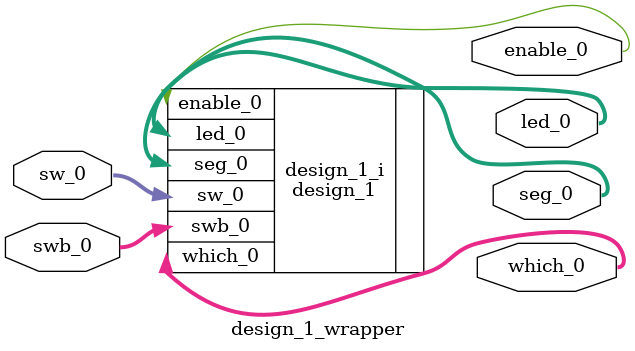
<source format=v>
`timescale 1 ps / 1 ps

module design_1_wrapper
   (enable_0,
    led_0,
    seg_0,
    sw_0,
    swb_0,
    which_0);
  output enable_0;
  output [1:32]led_0;
  output [7:0]seg_0;
  input [1:32]sw_0;
  input [1:6]swb_0;
  output [2:0]which_0;

  wire enable_0;
  wire [1:32]led_0;
  wire [7:0]seg_0;
  wire [1:32]sw_0;
  wire [1:6]swb_0;
  wire [2:0]which_0;

  design_1 design_1_i
       (.enable_0(enable_0),
        .led_0(led_0),
        .seg_0(seg_0),
        .sw_0(sw_0),
        .swb_0(swb_0),
        .which_0(which_0));
endmodule

</source>
